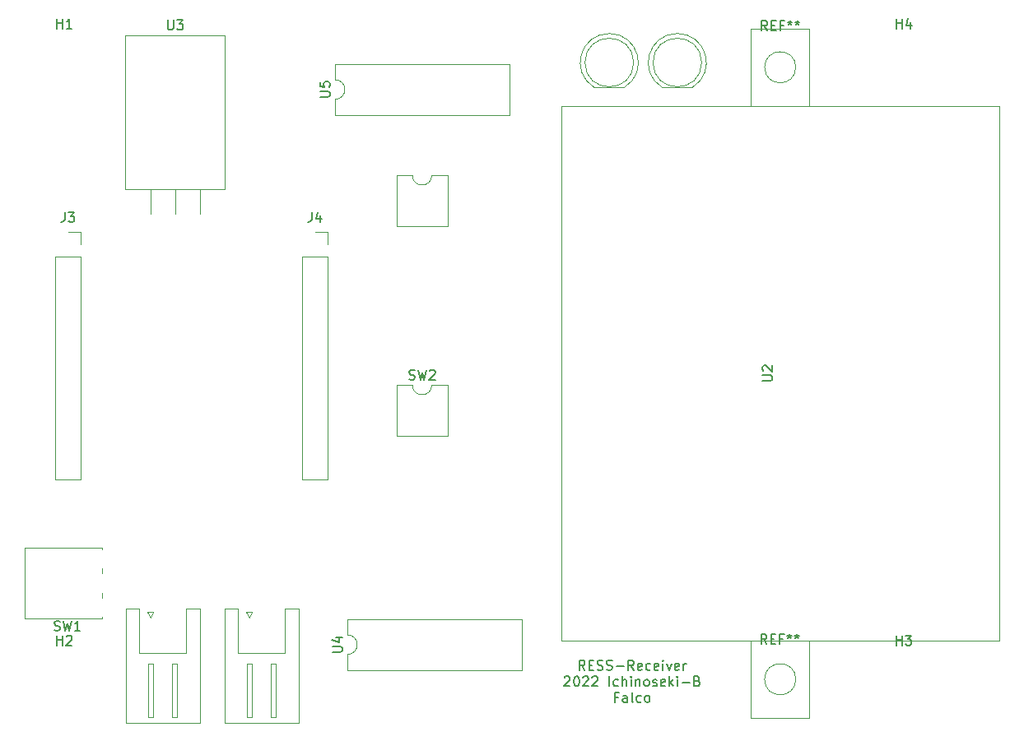
<source format=gbr>
%TF.GenerationSoftware,KiCad,Pcbnew,(5.1.9)-1*%
%TF.CreationDate,2022-07-08T17:52:16+09:00*%
%TF.ProjectId,Receiver,52656365-6976-4657-922e-6b696361645f,rev?*%
%TF.SameCoordinates,Original*%
%TF.FileFunction,Legend,Top*%
%TF.FilePolarity,Positive*%
%FSLAX46Y46*%
G04 Gerber Fmt 4.6, Leading zero omitted, Abs format (unit mm)*
G04 Created by KiCad (PCBNEW (5.1.9)-1) date 2022-07-08 17:52:16*
%MOMM*%
%LPD*%
G01*
G04 APERTURE LIST*
%ADD10C,0.150000*%
%ADD11C,0.120000*%
G04 APERTURE END LIST*
D10*
X157702857Y-147392380D02*
X157369523Y-146916190D01*
X157131428Y-147392380D02*
X157131428Y-146392380D01*
X157512380Y-146392380D01*
X157607619Y-146440000D01*
X157655238Y-146487619D01*
X157702857Y-146582857D01*
X157702857Y-146725714D01*
X157655238Y-146820952D01*
X157607619Y-146868571D01*
X157512380Y-146916190D01*
X157131428Y-146916190D01*
X158131428Y-146868571D02*
X158464761Y-146868571D01*
X158607619Y-147392380D02*
X158131428Y-147392380D01*
X158131428Y-146392380D01*
X158607619Y-146392380D01*
X158988571Y-147344761D02*
X159131428Y-147392380D01*
X159369523Y-147392380D01*
X159464761Y-147344761D01*
X159512380Y-147297142D01*
X159560000Y-147201904D01*
X159560000Y-147106666D01*
X159512380Y-147011428D01*
X159464761Y-146963809D01*
X159369523Y-146916190D01*
X159179047Y-146868571D01*
X159083809Y-146820952D01*
X159036190Y-146773333D01*
X158988571Y-146678095D01*
X158988571Y-146582857D01*
X159036190Y-146487619D01*
X159083809Y-146440000D01*
X159179047Y-146392380D01*
X159417142Y-146392380D01*
X159560000Y-146440000D01*
X159940952Y-147344761D02*
X160083809Y-147392380D01*
X160321904Y-147392380D01*
X160417142Y-147344761D01*
X160464761Y-147297142D01*
X160512380Y-147201904D01*
X160512380Y-147106666D01*
X160464761Y-147011428D01*
X160417142Y-146963809D01*
X160321904Y-146916190D01*
X160131428Y-146868571D01*
X160036190Y-146820952D01*
X159988571Y-146773333D01*
X159940952Y-146678095D01*
X159940952Y-146582857D01*
X159988571Y-146487619D01*
X160036190Y-146440000D01*
X160131428Y-146392380D01*
X160369523Y-146392380D01*
X160512380Y-146440000D01*
X160940952Y-147011428D02*
X161702857Y-147011428D01*
X162750476Y-147392380D02*
X162417142Y-146916190D01*
X162179047Y-147392380D02*
X162179047Y-146392380D01*
X162560000Y-146392380D01*
X162655238Y-146440000D01*
X162702857Y-146487619D01*
X162750476Y-146582857D01*
X162750476Y-146725714D01*
X162702857Y-146820952D01*
X162655238Y-146868571D01*
X162560000Y-146916190D01*
X162179047Y-146916190D01*
X163560000Y-147344761D02*
X163464761Y-147392380D01*
X163274285Y-147392380D01*
X163179047Y-147344761D01*
X163131428Y-147249523D01*
X163131428Y-146868571D01*
X163179047Y-146773333D01*
X163274285Y-146725714D01*
X163464761Y-146725714D01*
X163560000Y-146773333D01*
X163607619Y-146868571D01*
X163607619Y-146963809D01*
X163131428Y-147059047D01*
X164464761Y-147344761D02*
X164369523Y-147392380D01*
X164179047Y-147392380D01*
X164083809Y-147344761D01*
X164036190Y-147297142D01*
X163988571Y-147201904D01*
X163988571Y-146916190D01*
X164036190Y-146820952D01*
X164083809Y-146773333D01*
X164179047Y-146725714D01*
X164369523Y-146725714D01*
X164464761Y-146773333D01*
X165274285Y-147344761D02*
X165179047Y-147392380D01*
X164988571Y-147392380D01*
X164893333Y-147344761D01*
X164845714Y-147249523D01*
X164845714Y-146868571D01*
X164893333Y-146773333D01*
X164988571Y-146725714D01*
X165179047Y-146725714D01*
X165274285Y-146773333D01*
X165321904Y-146868571D01*
X165321904Y-146963809D01*
X164845714Y-147059047D01*
X165750476Y-147392380D02*
X165750476Y-146725714D01*
X165750476Y-146392380D02*
X165702857Y-146440000D01*
X165750476Y-146487619D01*
X165798095Y-146440000D01*
X165750476Y-146392380D01*
X165750476Y-146487619D01*
X166131428Y-146725714D02*
X166369523Y-147392380D01*
X166607619Y-146725714D01*
X167369523Y-147344761D02*
X167274285Y-147392380D01*
X167083809Y-147392380D01*
X166988571Y-147344761D01*
X166940952Y-147249523D01*
X166940952Y-146868571D01*
X166988571Y-146773333D01*
X167083809Y-146725714D01*
X167274285Y-146725714D01*
X167369523Y-146773333D01*
X167417142Y-146868571D01*
X167417142Y-146963809D01*
X166940952Y-147059047D01*
X167845714Y-147392380D02*
X167845714Y-146725714D01*
X167845714Y-146916190D02*
X167893333Y-146820952D01*
X167940952Y-146773333D01*
X168036190Y-146725714D01*
X168131428Y-146725714D01*
X155607619Y-148137619D02*
X155655238Y-148090000D01*
X155750476Y-148042380D01*
X155988571Y-148042380D01*
X156083809Y-148090000D01*
X156131428Y-148137619D01*
X156179047Y-148232857D01*
X156179047Y-148328095D01*
X156131428Y-148470952D01*
X155560000Y-149042380D01*
X156179047Y-149042380D01*
X156798095Y-148042380D02*
X156893333Y-148042380D01*
X156988571Y-148090000D01*
X157036190Y-148137619D01*
X157083809Y-148232857D01*
X157131428Y-148423333D01*
X157131428Y-148661428D01*
X157083809Y-148851904D01*
X157036190Y-148947142D01*
X156988571Y-148994761D01*
X156893333Y-149042380D01*
X156798095Y-149042380D01*
X156702857Y-148994761D01*
X156655238Y-148947142D01*
X156607619Y-148851904D01*
X156560000Y-148661428D01*
X156560000Y-148423333D01*
X156607619Y-148232857D01*
X156655238Y-148137619D01*
X156702857Y-148090000D01*
X156798095Y-148042380D01*
X157512380Y-148137619D02*
X157560000Y-148090000D01*
X157655238Y-148042380D01*
X157893333Y-148042380D01*
X157988571Y-148090000D01*
X158036190Y-148137619D01*
X158083809Y-148232857D01*
X158083809Y-148328095D01*
X158036190Y-148470952D01*
X157464761Y-149042380D01*
X158083809Y-149042380D01*
X158464761Y-148137619D02*
X158512380Y-148090000D01*
X158607619Y-148042380D01*
X158845714Y-148042380D01*
X158940952Y-148090000D01*
X158988571Y-148137619D01*
X159036190Y-148232857D01*
X159036190Y-148328095D01*
X158988571Y-148470952D01*
X158417142Y-149042380D01*
X159036190Y-149042380D01*
X160226666Y-149042380D02*
X160226666Y-148042380D01*
X161131428Y-148994761D02*
X161036190Y-149042380D01*
X160845714Y-149042380D01*
X160750476Y-148994761D01*
X160702857Y-148947142D01*
X160655238Y-148851904D01*
X160655238Y-148566190D01*
X160702857Y-148470952D01*
X160750476Y-148423333D01*
X160845714Y-148375714D01*
X161036190Y-148375714D01*
X161131428Y-148423333D01*
X161560000Y-149042380D02*
X161560000Y-148042380D01*
X161988571Y-149042380D02*
X161988571Y-148518571D01*
X161940952Y-148423333D01*
X161845714Y-148375714D01*
X161702857Y-148375714D01*
X161607619Y-148423333D01*
X161560000Y-148470952D01*
X162464761Y-149042380D02*
X162464761Y-148375714D01*
X162464761Y-148042380D02*
X162417142Y-148090000D01*
X162464761Y-148137619D01*
X162512380Y-148090000D01*
X162464761Y-148042380D01*
X162464761Y-148137619D01*
X162940952Y-148375714D02*
X162940952Y-149042380D01*
X162940952Y-148470952D02*
X162988571Y-148423333D01*
X163083809Y-148375714D01*
X163226666Y-148375714D01*
X163321904Y-148423333D01*
X163369523Y-148518571D01*
X163369523Y-149042380D01*
X163988571Y-149042380D02*
X163893333Y-148994761D01*
X163845714Y-148947142D01*
X163798095Y-148851904D01*
X163798095Y-148566190D01*
X163845714Y-148470952D01*
X163893333Y-148423333D01*
X163988571Y-148375714D01*
X164131428Y-148375714D01*
X164226666Y-148423333D01*
X164274285Y-148470952D01*
X164321904Y-148566190D01*
X164321904Y-148851904D01*
X164274285Y-148947142D01*
X164226666Y-148994761D01*
X164131428Y-149042380D01*
X163988571Y-149042380D01*
X164702857Y-148994761D02*
X164798095Y-149042380D01*
X164988571Y-149042380D01*
X165083809Y-148994761D01*
X165131428Y-148899523D01*
X165131428Y-148851904D01*
X165083809Y-148756666D01*
X164988571Y-148709047D01*
X164845714Y-148709047D01*
X164750476Y-148661428D01*
X164702857Y-148566190D01*
X164702857Y-148518571D01*
X164750476Y-148423333D01*
X164845714Y-148375714D01*
X164988571Y-148375714D01*
X165083809Y-148423333D01*
X165940952Y-148994761D02*
X165845714Y-149042380D01*
X165655238Y-149042380D01*
X165560000Y-148994761D01*
X165512380Y-148899523D01*
X165512380Y-148518571D01*
X165560000Y-148423333D01*
X165655238Y-148375714D01*
X165845714Y-148375714D01*
X165940952Y-148423333D01*
X165988571Y-148518571D01*
X165988571Y-148613809D01*
X165512380Y-148709047D01*
X166417142Y-149042380D02*
X166417142Y-148042380D01*
X166512380Y-148661428D02*
X166798095Y-149042380D01*
X166798095Y-148375714D02*
X166417142Y-148756666D01*
X167226666Y-149042380D02*
X167226666Y-148375714D01*
X167226666Y-148042380D02*
X167179047Y-148090000D01*
X167226666Y-148137619D01*
X167274285Y-148090000D01*
X167226666Y-148042380D01*
X167226666Y-148137619D01*
X167702857Y-148661428D02*
X168464761Y-148661428D01*
X169274285Y-148518571D02*
X169417142Y-148566190D01*
X169464761Y-148613809D01*
X169512380Y-148709047D01*
X169512380Y-148851904D01*
X169464761Y-148947142D01*
X169417142Y-148994761D01*
X169321904Y-149042380D01*
X168940952Y-149042380D01*
X168940952Y-148042380D01*
X169274285Y-148042380D01*
X169369523Y-148090000D01*
X169417142Y-148137619D01*
X169464761Y-148232857D01*
X169464761Y-148328095D01*
X169417142Y-148423333D01*
X169369523Y-148470952D01*
X169274285Y-148518571D01*
X168940952Y-148518571D01*
X161107619Y-150168571D02*
X160774285Y-150168571D01*
X160774285Y-150692380D02*
X160774285Y-149692380D01*
X161250476Y-149692380D01*
X162060000Y-150692380D02*
X162060000Y-150168571D01*
X162012380Y-150073333D01*
X161917142Y-150025714D01*
X161726666Y-150025714D01*
X161631428Y-150073333D01*
X162060000Y-150644761D02*
X161964761Y-150692380D01*
X161726666Y-150692380D01*
X161631428Y-150644761D01*
X161583809Y-150549523D01*
X161583809Y-150454285D01*
X161631428Y-150359047D01*
X161726666Y-150311428D01*
X161964761Y-150311428D01*
X162060000Y-150263809D01*
X162679047Y-150692380D02*
X162583809Y-150644761D01*
X162536190Y-150549523D01*
X162536190Y-149692380D01*
X163488571Y-150644761D02*
X163393333Y-150692380D01*
X163202857Y-150692380D01*
X163107619Y-150644761D01*
X163060000Y-150597142D01*
X163012380Y-150501904D01*
X163012380Y-150216190D01*
X163060000Y-150120952D01*
X163107619Y-150073333D01*
X163202857Y-150025714D01*
X163393333Y-150025714D01*
X163488571Y-150073333D01*
X164060000Y-150692380D02*
X163964761Y-150644761D01*
X163917142Y-150597142D01*
X163869523Y-150501904D01*
X163869523Y-150216190D01*
X163917142Y-150120952D01*
X163964761Y-150073333D01*
X164060000Y-150025714D01*
X164202857Y-150025714D01*
X164298095Y-150073333D01*
X164345714Y-150120952D01*
X164393333Y-150216190D01*
X164393333Y-150501904D01*
X164345714Y-150597142D01*
X164298095Y-150644761D01*
X164202857Y-150692380D01*
X164060000Y-150692380D01*
D11*
%TO.C,J3*%
X104540000Y-102250000D02*
X105870000Y-102250000D01*
X105870000Y-102250000D02*
X105870000Y-103580000D01*
X105870000Y-104850000D02*
X105870000Y-127770000D01*
X103210000Y-127770000D02*
X105870000Y-127770000D01*
X103210000Y-104850000D02*
X103210000Y-127770000D01*
X103210000Y-104850000D02*
X105870000Y-104850000D01*
%TO.C,J4*%
X128610000Y-104850000D02*
X131270000Y-104850000D01*
X128610000Y-104850000D02*
X128610000Y-127770000D01*
X128610000Y-127770000D02*
X131270000Y-127770000D01*
X131270000Y-104850000D02*
X131270000Y-127770000D01*
X131270000Y-102250000D02*
X131270000Y-103580000D01*
X129940000Y-102250000D02*
X131270000Y-102250000D01*
%TO.C,J5*%
X123490000Y-141410000D02*
X123190000Y-142010000D01*
X122890000Y-141410000D02*
X123490000Y-141410000D01*
X123190000Y-142010000D02*
X122890000Y-141410000D01*
X125940000Y-146710000D02*
X125440000Y-146710000D01*
X125940000Y-152210000D02*
X125940000Y-146710000D01*
X125440000Y-152210000D02*
X125940000Y-152210000D01*
X125440000Y-146710000D02*
X125440000Y-152210000D01*
X123440000Y-146710000D02*
X122940000Y-146710000D01*
X123440000Y-152210000D02*
X123440000Y-146710000D01*
X122940000Y-152210000D02*
X123440000Y-152210000D01*
X122940000Y-146710000D02*
X122940000Y-152210000D01*
X126830000Y-145600000D02*
X124440000Y-145600000D01*
X126830000Y-141100000D02*
X126830000Y-145600000D01*
X128250000Y-141100000D02*
X126830000Y-141100000D01*
X128250000Y-152820000D02*
X128250000Y-141100000D01*
X124440000Y-152820000D02*
X128250000Y-152820000D01*
X122050000Y-145600000D02*
X124440000Y-145600000D01*
X122050000Y-141100000D02*
X122050000Y-145600000D01*
X120630000Y-141100000D02*
X122050000Y-141100000D01*
X120630000Y-152820000D02*
X120630000Y-141100000D01*
X124440000Y-152820000D02*
X120630000Y-152820000D01*
%TO.C,J6*%
X113330000Y-141410000D02*
X113030000Y-142010000D01*
X112730000Y-141410000D02*
X113330000Y-141410000D01*
X113030000Y-142010000D02*
X112730000Y-141410000D01*
X115780000Y-146710000D02*
X115280000Y-146710000D01*
X115780000Y-152210000D02*
X115780000Y-146710000D01*
X115280000Y-152210000D02*
X115780000Y-152210000D01*
X115280000Y-146710000D02*
X115280000Y-152210000D01*
X113280000Y-146710000D02*
X112780000Y-146710000D01*
X113280000Y-152210000D02*
X113280000Y-146710000D01*
X112780000Y-152210000D02*
X113280000Y-152210000D01*
X112780000Y-146710000D02*
X112780000Y-152210000D01*
X116670000Y-145600000D02*
X114280000Y-145600000D01*
X116670000Y-141100000D02*
X116670000Y-145600000D01*
X118090000Y-141100000D02*
X116670000Y-141100000D01*
X118090000Y-152820000D02*
X118090000Y-141100000D01*
X114280000Y-152820000D02*
X118090000Y-152820000D01*
X111890000Y-145600000D02*
X114280000Y-145600000D01*
X111890000Y-141100000D02*
X111890000Y-145600000D01*
X110470000Y-141100000D02*
X111890000Y-141100000D01*
X110470000Y-152820000D02*
X110470000Y-141100000D01*
X114280000Y-152820000D02*
X110470000Y-152820000D01*
%TO.C,U1*%
X143620000Y-96460000D02*
X141970000Y-96460000D01*
X143620000Y-101660000D02*
X143620000Y-96460000D01*
X138320000Y-101660000D02*
X143620000Y-101660000D01*
X138320000Y-96460000D02*
X138320000Y-101660000D01*
X139970000Y-96460000D02*
X138320000Y-96460000D01*
X141970000Y-96460000D02*
G75*
G02*
X139970000Y-96460000I-1000000J0D01*
G01*
%TO.C,D1*%
X162720000Y-84850000D02*
G75*
G03*
X162720000Y-84850000I-2500000J0D01*
G01*
X158675000Y-87410000D02*
X161765000Y-87410000D01*
X160220462Y-81860000D02*
G75*
G03*
X158675170Y-87410000I-462J-2990000D01*
G01*
X160219538Y-81860000D02*
G75*
G02*
X161764830Y-87410000I462J-2990000D01*
G01*
%TO.C,D2*%
X165675000Y-87410000D02*
X168765000Y-87410000D01*
X169720000Y-84850000D02*
G75*
G03*
X169720000Y-84850000I-2500000J0D01*
G01*
X167219538Y-81860000D02*
G75*
G02*
X168764830Y-87410000I462J-2990000D01*
G01*
X167220462Y-81860000D02*
G75*
G03*
X165675170Y-87410000I-462J-2990000D01*
G01*
%TO.C,SW2*%
X139970000Y-118050000D02*
X138320000Y-118050000D01*
X138320000Y-118050000D02*
X138320000Y-123250000D01*
X138320000Y-123250000D02*
X143620000Y-123250000D01*
X143620000Y-123250000D02*
X143620000Y-118050000D01*
X143620000Y-118050000D02*
X141970000Y-118050000D01*
X141970000Y-118050000D02*
G75*
G02*
X139970000Y-118050000I-1000000J0D01*
G01*
%TO.C,U2*%
X180800000Y-81340000D02*
X180800000Y-85340000D01*
X174800000Y-81340000D02*
X180800000Y-81340000D01*
X174800000Y-85340000D02*
X174800000Y-81340000D01*
X179400000Y-85340000D02*
G75*
G03*
X179400000Y-85340000I-1600000J0D01*
G01*
X174800000Y-152340000D02*
X174800000Y-148340000D01*
X180800000Y-152340000D02*
X174800000Y-152340000D01*
X180800000Y-148340000D02*
X180800000Y-152340000D01*
X179403122Y-148340000D02*
G75*
G03*
X179403122Y-148340000I-1603122J0D01*
G01*
X180800000Y-148340000D02*
X180800000Y-144340000D01*
X174800000Y-148340000D02*
X174800000Y-144340000D01*
X174800000Y-85340000D02*
X174800000Y-89340000D01*
X180800000Y-85340000D02*
X180800000Y-89340000D01*
X155300000Y-144340000D02*
X155300000Y-116840000D01*
X200300000Y-144340000D02*
X155300000Y-144340000D01*
X200300000Y-116840000D02*
X200300000Y-144340000D01*
X155300000Y-89340000D02*
X200300000Y-89340000D01*
X155300000Y-116840000D02*
X155300000Y-89340000D01*
X200300000Y-116840000D02*
X200300000Y-89340000D01*
%TO.C,U3*%
X110450000Y-97910000D02*
X120690000Y-97910000D01*
X110450000Y-82020000D02*
X120690000Y-82020000D01*
X110450000Y-82020000D02*
X110450000Y-97910000D01*
X120690000Y-82020000D02*
X120690000Y-97910000D01*
X113030000Y-97910000D02*
X113030000Y-100450000D01*
X115570000Y-97910000D02*
X115570000Y-100450000D01*
X118110000Y-97910000D02*
X118110000Y-100450000D01*
%TO.C,U4*%
X133290000Y-145780000D02*
X133290000Y-147430000D01*
X133290000Y-147430000D02*
X151190000Y-147430000D01*
X151190000Y-147430000D02*
X151190000Y-142130000D01*
X151190000Y-142130000D02*
X133290000Y-142130000D01*
X133290000Y-142130000D02*
X133290000Y-143780000D01*
X133290000Y-143780000D02*
G75*
G02*
X133290000Y-145780000I0J-1000000D01*
G01*
%TO.C,U5*%
X132020000Y-84980000D02*
X132020000Y-86630000D01*
X149920000Y-84980000D02*
X132020000Y-84980000D01*
X149920000Y-90280000D02*
X149920000Y-84980000D01*
X132020000Y-90280000D02*
X149920000Y-90280000D01*
X132020000Y-88630000D02*
X132020000Y-90280000D01*
X132020000Y-86630000D02*
G75*
G02*
X132020000Y-88630000I0J-1000000D01*
G01*
%TO.C,SW1*%
X108070000Y-134780000D02*
X108070000Y-134930000D01*
X108070000Y-136930000D02*
X108070000Y-137430000D01*
X108070000Y-139430000D02*
X108070000Y-139930000D01*
X108070000Y-142080000D02*
X108070000Y-141930000D01*
X100120000Y-142080000D02*
X108070000Y-142080000D01*
X100120000Y-134780000D02*
X100120000Y-142080000D01*
X108070000Y-134780000D02*
X100120000Y-134780000D01*
%TO.C,REF\u002A\u002A*%
D10*
X176415866Y-144689980D02*
X176082533Y-144213790D01*
X175844438Y-144689980D02*
X175844438Y-143689980D01*
X176225390Y-143689980D01*
X176320628Y-143737600D01*
X176368247Y-143785219D01*
X176415866Y-143880457D01*
X176415866Y-144023314D01*
X176368247Y-144118552D01*
X176320628Y-144166171D01*
X176225390Y-144213790D01*
X175844438Y-144213790D01*
X176844438Y-144166171D02*
X177177771Y-144166171D01*
X177320628Y-144689980D02*
X176844438Y-144689980D01*
X176844438Y-143689980D01*
X177320628Y-143689980D01*
X178082533Y-144166171D02*
X177749200Y-144166171D01*
X177749200Y-144689980D02*
X177749200Y-143689980D01*
X178225390Y-143689980D01*
X178749200Y-143689980D02*
X178749200Y-143928076D01*
X178511104Y-143832838D02*
X178749200Y-143928076D01*
X178987295Y-143832838D01*
X178606342Y-144118552D02*
X178749200Y-143928076D01*
X178892057Y-144118552D01*
X179511104Y-143689980D02*
X179511104Y-143928076D01*
X179273009Y-143832838D02*
X179511104Y-143928076D01*
X179749200Y-143832838D01*
X179368247Y-144118552D02*
X179511104Y-143928076D01*
X179653961Y-144118552D01*
X176466666Y-81545580D02*
X176133333Y-81069390D01*
X175895238Y-81545580D02*
X175895238Y-80545580D01*
X176276190Y-80545580D01*
X176371428Y-80593200D01*
X176419047Y-80640819D01*
X176466666Y-80736057D01*
X176466666Y-80878914D01*
X176419047Y-80974152D01*
X176371428Y-81021771D01*
X176276190Y-81069390D01*
X175895238Y-81069390D01*
X176895238Y-81021771D02*
X177228571Y-81021771D01*
X177371428Y-81545580D02*
X176895238Y-81545580D01*
X176895238Y-80545580D01*
X177371428Y-80545580D01*
X178133333Y-81021771D02*
X177800000Y-81021771D01*
X177800000Y-81545580D02*
X177800000Y-80545580D01*
X178276190Y-80545580D01*
X178800000Y-80545580D02*
X178800000Y-80783676D01*
X178561904Y-80688438D02*
X178800000Y-80783676D01*
X179038095Y-80688438D01*
X178657142Y-80974152D02*
X178800000Y-80783676D01*
X178942857Y-80974152D01*
X179561904Y-80545580D02*
X179561904Y-80783676D01*
X179323809Y-80688438D02*
X179561904Y-80783676D01*
X179800000Y-80688438D01*
X179419047Y-80974152D02*
X179561904Y-80783676D01*
X179704761Y-80974152D01*
%TO.C,J3*%
X104206666Y-100262380D02*
X104206666Y-100976666D01*
X104159047Y-101119523D01*
X104063809Y-101214761D01*
X103920952Y-101262380D01*
X103825714Y-101262380D01*
X104587619Y-100262380D02*
X105206666Y-100262380D01*
X104873333Y-100643333D01*
X105016190Y-100643333D01*
X105111428Y-100690952D01*
X105159047Y-100738571D01*
X105206666Y-100833809D01*
X105206666Y-101071904D01*
X105159047Y-101167142D01*
X105111428Y-101214761D01*
X105016190Y-101262380D01*
X104730476Y-101262380D01*
X104635238Y-101214761D01*
X104587619Y-101167142D01*
%TO.C,J4*%
X129606666Y-100262380D02*
X129606666Y-100976666D01*
X129559047Y-101119523D01*
X129463809Y-101214761D01*
X129320952Y-101262380D01*
X129225714Y-101262380D01*
X130511428Y-100595714D02*
X130511428Y-101262380D01*
X130273333Y-100214761D02*
X130035238Y-100929047D01*
X130654285Y-100929047D01*
%TO.C,H1*%
X103378095Y-81342380D02*
X103378095Y-80342380D01*
X103378095Y-80818571D02*
X103949523Y-80818571D01*
X103949523Y-81342380D02*
X103949523Y-80342380D01*
X104949523Y-81342380D02*
X104378095Y-81342380D01*
X104663809Y-81342380D02*
X104663809Y-80342380D01*
X104568571Y-80485238D01*
X104473333Y-80580476D01*
X104378095Y-80628095D01*
%TO.C,H2*%
X103378095Y-144842380D02*
X103378095Y-143842380D01*
X103378095Y-144318571D02*
X103949523Y-144318571D01*
X103949523Y-144842380D02*
X103949523Y-143842380D01*
X104378095Y-143937619D02*
X104425714Y-143890000D01*
X104520952Y-143842380D01*
X104759047Y-143842380D01*
X104854285Y-143890000D01*
X104901904Y-143937619D01*
X104949523Y-144032857D01*
X104949523Y-144128095D01*
X104901904Y-144270952D01*
X104330476Y-144842380D01*
X104949523Y-144842380D01*
%TO.C,H3*%
X189738095Y-144842380D02*
X189738095Y-143842380D01*
X189738095Y-144318571D02*
X190309523Y-144318571D01*
X190309523Y-144842380D02*
X190309523Y-143842380D01*
X190690476Y-143842380D02*
X191309523Y-143842380D01*
X190976190Y-144223333D01*
X191119047Y-144223333D01*
X191214285Y-144270952D01*
X191261904Y-144318571D01*
X191309523Y-144413809D01*
X191309523Y-144651904D01*
X191261904Y-144747142D01*
X191214285Y-144794761D01*
X191119047Y-144842380D01*
X190833333Y-144842380D01*
X190738095Y-144794761D01*
X190690476Y-144747142D01*
%TO.C,H4*%
X189738095Y-81342380D02*
X189738095Y-80342380D01*
X189738095Y-80818571D02*
X190309523Y-80818571D01*
X190309523Y-81342380D02*
X190309523Y-80342380D01*
X191214285Y-80675714D02*
X191214285Y-81342380D01*
X190976190Y-80294761D02*
X190738095Y-81009047D01*
X191357142Y-81009047D01*
%TO.C,SW2*%
X139636666Y-117454761D02*
X139779523Y-117502380D01*
X140017619Y-117502380D01*
X140112857Y-117454761D01*
X140160476Y-117407142D01*
X140208095Y-117311904D01*
X140208095Y-117216666D01*
X140160476Y-117121428D01*
X140112857Y-117073809D01*
X140017619Y-117026190D01*
X139827142Y-116978571D01*
X139731904Y-116930952D01*
X139684285Y-116883333D01*
X139636666Y-116788095D01*
X139636666Y-116692857D01*
X139684285Y-116597619D01*
X139731904Y-116550000D01*
X139827142Y-116502380D01*
X140065238Y-116502380D01*
X140208095Y-116550000D01*
X140541428Y-116502380D02*
X140779523Y-117502380D01*
X140970000Y-116788095D01*
X141160476Y-117502380D01*
X141398571Y-116502380D01*
X141731904Y-116597619D02*
X141779523Y-116550000D01*
X141874761Y-116502380D01*
X142112857Y-116502380D01*
X142208095Y-116550000D01*
X142255714Y-116597619D01*
X142303333Y-116692857D01*
X142303333Y-116788095D01*
X142255714Y-116930952D01*
X141684285Y-117502380D01*
X142303333Y-117502380D01*
%TO.C,U2*%
X175982380Y-117601904D02*
X176791904Y-117601904D01*
X176887142Y-117554285D01*
X176934761Y-117506666D01*
X176982380Y-117411428D01*
X176982380Y-117220952D01*
X176934761Y-117125714D01*
X176887142Y-117078095D01*
X176791904Y-117030476D01*
X175982380Y-117030476D01*
X176077619Y-116601904D02*
X176030000Y-116554285D01*
X175982380Y-116459047D01*
X175982380Y-116220952D01*
X176030000Y-116125714D01*
X176077619Y-116078095D01*
X176172857Y-116030476D01*
X176268095Y-116030476D01*
X176410952Y-116078095D01*
X176982380Y-116649523D01*
X176982380Y-116030476D01*
%TO.C,U3*%
X114808095Y-80472380D02*
X114808095Y-81281904D01*
X114855714Y-81377142D01*
X114903333Y-81424761D01*
X114998571Y-81472380D01*
X115189047Y-81472380D01*
X115284285Y-81424761D01*
X115331904Y-81377142D01*
X115379523Y-81281904D01*
X115379523Y-80472380D01*
X115760476Y-80472380D02*
X116379523Y-80472380D01*
X116046190Y-80853333D01*
X116189047Y-80853333D01*
X116284285Y-80900952D01*
X116331904Y-80948571D01*
X116379523Y-81043809D01*
X116379523Y-81281904D01*
X116331904Y-81377142D01*
X116284285Y-81424761D01*
X116189047Y-81472380D01*
X115903333Y-81472380D01*
X115808095Y-81424761D01*
X115760476Y-81377142D01*
%TO.C,U4*%
X131742380Y-145541904D02*
X132551904Y-145541904D01*
X132647142Y-145494285D01*
X132694761Y-145446666D01*
X132742380Y-145351428D01*
X132742380Y-145160952D01*
X132694761Y-145065714D01*
X132647142Y-145018095D01*
X132551904Y-144970476D01*
X131742380Y-144970476D01*
X132075714Y-144065714D02*
X132742380Y-144065714D01*
X131694761Y-144303809D02*
X132409047Y-144541904D01*
X132409047Y-143922857D01*
%TO.C,U5*%
X130472380Y-88391904D02*
X131281904Y-88391904D01*
X131377142Y-88344285D01*
X131424761Y-88296666D01*
X131472380Y-88201428D01*
X131472380Y-88010952D01*
X131424761Y-87915714D01*
X131377142Y-87868095D01*
X131281904Y-87820476D01*
X130472380Y-87820476D01*
X130472380Y-86868095D02*
X130472380Y-87344285D01*
X130948571Y-87391904D01*
X130900952Y-87344285D01*
X130853333Y-87249047D01*
X130853333Y-87010952D01*
X130900952Y-86915714D01*
X130948571Y-86868095D01*
X131043809Y-86820476D01*
X131281904Y-86820476D01*
X131377142Y-86868095D01*
X131424761Y-86915714D01*
X131472380Y-87010952D01*
X131472380Y-87249047D01*
X131424761Y-87344285D01*
X131377142Y-87391904D01*
%TO.C,SW1*%
X103136666Y-143284761D02*
X103279523Y-143332380D01*
X103517619Y-143332380D01*
X103612857Y-143284761D01*
X103660476Y-143237142D01*
X103708095Y-143141904D01*
X103708095Y-143046666D01*
X103660476Y-142951428D01*
X103612857Y-142903809D01*
X103517619Y-142856190D01*
X103327142Y-142808571D01*
X103231904Y-142760952D01*
X103184285Y-142713333D01*
X103136666Y-142618095D01*
X103136666Y-142522857D01*
X103184285Y-142427619D01*
X103231904Y-142380000D01*
X103327142Y-142332380D01*
X103565238Y-142332380D01*
X103708095Y-142380000D01*
X104041428Y-142332380D02*
X104279523Y-143332380D01*
X104470000Y-142618095D01*
X104660476Y-143332380D01*
X104898571Y-142332380D01*
X105803333Y-143332380D02*
X105231904Y-143332380D01*
X105517619Y-143332380D02*
X105517619Y-142332380D01*
X105422380Y-142475238D01*
X105327142Y-142570476D01*
X105231904Y-142618095D01*
%TD*%
M02*

</source>
